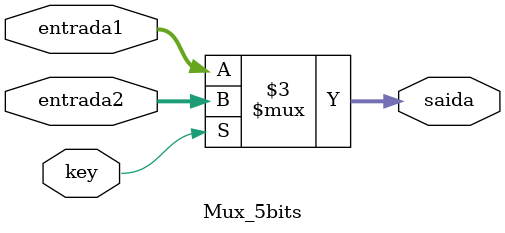
<source format=v>

module Mux_5bits (input [4:0] entrada1, input [4:0] entrada2, input key, output reg [4:0] saida);

always @(key or entrada1 or entrada2)

begin
	if (key)
		saida <= entrada2;
	else 
		saida <= entrada1;
end

endmodule


</source>
